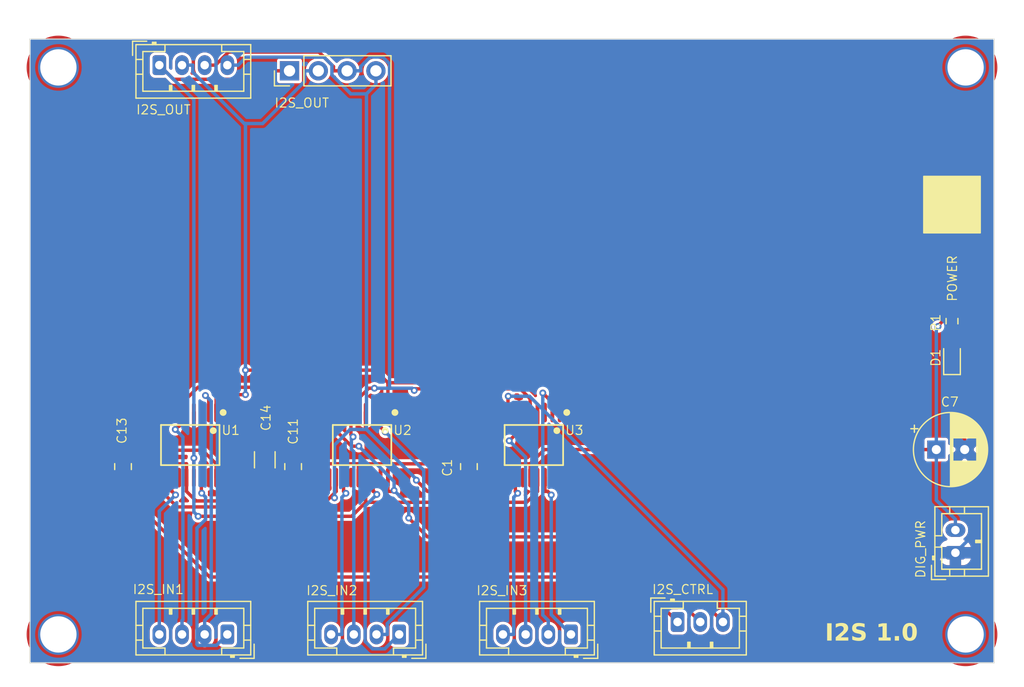
<source format=kicad_pcb>
(kicad_pcb (version 20240108) (generator "pcbnew") (generator_version "8.0")
  (layers (0 "F.Cu" signal) (31 "B.Cu" signal) (34 "B.Paste" user) (35 "F.Paste" user) (36 "B.SilkS" user "B.Silkscreen") (37 "F.SilkS" user "F.Silkscreen") (38 "B.Mask" user) (39 "F.Mask" user) (44 "Edge.Cuts" user))
  (net 0 "")
  (net 1 "GND")
  (net 2 "I2S1_DATA")
  (net 3 "I2S1_LRCLK")
  (net 4 "I2S1_BCLK")
  (net 5 "I2S1_MCLK")
  (net 6 "I2S2_MCLK")
  (net 7 "I2S2_DATA")
  (net 8 "I2S2_BCLK")
  (net 9 "3V3")
  (net 10 "I2S2_LRCLK")
  (net 11 "I2S3_LRCLK")
  (net 12 "I2S3_DATA")
  (net 13 "I2S3_MCLK")
  (net 14 "I2S3_BCLK")
  (net 15 "I2S_DATA_OUT")
  (net 16 "I2S_MCLK_OUT")
  (net 17 "I2S2_LRCLK_OUT")
  (net 18 "I2S_BCLK_OUT")
  (net 31 "CONTROL1")
  (net 32 "CONTROL2")
  (net 33 "CONTROL3")
  (net 34 "Net-(D1-A)")
  (footprint "Capacitor_SMD:C_0805_2012Metric_Pad1.18x1.45mm_HandSolder" (layer "F.Cu") (at 94.6364 98.865 90)
    (property "Reference" "C13" (at 3.1625 -0.1 90) (layer "F.SilkS") (effects (font (size 0.8 0.8) (thickness 0.1))))
    (property "Value" "0.1u")
    (pad "1" smd roundrect (at -1.0375 0 90) (size 1.175 1.45) (layers "F.Cu" "F.Paste" "F.Mask") (roundrect_rratio 0.212766) (net 9 "3V3"))
    (pad "2" smd roundrect (at 1.0375 0 90) (size 1.175 1.45) (layers "F.Cu" "F.Paste" "F.Mask") (roundrect_rratio 0.212766) (net 1 "GND"))
  )
  (footprint "MountingHole:MountingHole_3.2mm_M3_DIN965_Pad_TopOnly" (layer "F.Cu") (at 168.9364 113.665)
    (property "Reference" "H4" (hide yes))
    (property "Value" "MountingHole")
    (pad "1" thru_hole circle (at 0 0) (size 3.6 3.6) (drill 3.2) (layers "*.Cu" "*.Mask"))
    (pad "1" connect circle (at 0 0) (size 5.6 5.6) (layers "F.Cu" "F.Mask"))
  )
  (footprint "Connector_JST:JST_PH_B3B-PH-K_1x03_P2.00mm_Vertical" (layer "F.Cu") (at 143.5364 112.565)
    (property "Reference" "J5" (hide yes))
    (property "Value" "Conn_01x03_Pin")
    (pad "1" thru_hole roundrect (at 0 0) (size 1.2 1.75) (drill 0.75) (layers "*.Cu" "*.Mask") (roundrect_rratio 0.208333) (net 31 "CONTROL1"))
    (pad "2" thru_hole oval (at 2 0) (size 1.2 1.75) (drill 0.75) (layers "*.Cu" "*.Mask") (net 32 "CONTROL2"))
    (pad "3" thru_hole oval (at 4 0) (size 1.2 1.75) (drill 0.75) (layers "*.Cu" "*.Mask") (net 33 "CONTROL3"))
  )
  (footprint "easyeda2kicad:TSSOP-16_L5.0-W4.4-P0.65-LS6.4-BL" (layer "F.Cu") (at 130.8639 96.965 180)
    (property "Reference" "U3" (at -3.5725 1.3 0) (layer "F.SilkS") (effects (font (size 0.8 0.8) (thickness 0.1))))
    (property "Value" "TS3A44159PWR")
    (pad "1" smd oval (at -2.28 2.87 180) (size 0.34 1.73) (layers "F.Cu" "F.Paste" "F.Mask") (net 18 "I2S_BCLK_OUT"))
    (pad "2" smd oval (at -1.63 2.87 180) (size 0.34 1.73) (layers "F.Cu" "F.Paste" "F.Mask") (net 14 "I2S3_BCLK"))
    (pad "3" smd oval (at -0.98 2.87 180) (size 0.34 1.73) (layers "F.Cu" "F.Paste" "F.Mask"))
    (pad "4" smd oval (at -0.32 2.87 180) (size 0.34 1.73) (layers "F.Cu" "F.Paste" "F.Mask") (net 1 "GND"))
    (pad "5" smd oval (at 0.33 2.87 180) (size 0.34 1.73) (layers "F.Cu" "F.Paste" "F.Mask") (net 17 "I2S2_LRCLK_OUT"))
    (pad "6" smd oval (at 0.98 2.87 180) (size 0.34 1.73) (layers "F.Cu" "F.Paste" "F.Mask") (net 11 "I2S3_LRCLK"))
    (pad "7" smd oval (at 1.63 2.87 180) (size 0.34 1.73) (layers "F.Cu" "F.Paste" "F.Mask"))
    (pad "8" smd oval (at 2.28 2.87 180) (size 0.34 1.73) (layers "F.Cu" "F.Paste" "F.Mask") (net 33 "CONTROL3"))
    (pad "9" smd oval (at 2.28 -2.87 180) (size 0.34 1.73) (layers "F.Cu" "F.Paste" "F.Mask") (net 15 "I2S_DATA_OUT"))
    (pad "10" smd oval (at 1.63 -2.87 180) (size 0.34 1.73) (layers "F.Cu" "F.Paste" "F.Mask") (net 12 "I2S3_DATA"))
    (pad "11" smd oval (at 0.98 -2.87 180) (size 0.34 1.73) (layers "F.Cu" "F.Paste" "F.Mask"))
    (pad "12" smd oval (at 0.33 -2.87 180) (size 0.34 1.73) (layers "F.Cu" "F.Paste" "F.Mask") (net 9 "3V3"))
    (pad "13" smd oval (at -0.32 -2.87 180) (size 0.34 1.73) (layers "F.Cu" "F.Paste" "F.Mask") (net 16 "I2S_MCLK_OUT"))
    (pad "14" smd oval (at -0.98 -2.87 180) (size 0.34 1.73) (layers "F.Cu" "F.Paste" "F.Mask") (net 13 "I2S3_MCLK"))
    (pad "15" smd oval (at -1.63 -2.87 180) (size 0.34 1.73) (layers "F.Cu" "F.Paste" "F.Mask"))
    (pad "16" smd oval (at -2.28 -2.87 180) (size 0.34 1.73) (layers "F.Cu" "F.Paste" "F.Mask") (net 33 "CONTROL3"))
  )
  (footprint "Connector_PinHeader_2.54mm:PinHeader_1x04_P2.54mm_Vertical" (layer "F.Cu") (at 109.3164 63.965 90)
    (property "Reference" "J3" (hide yes))
    (property "Value" "Conn_01x04_Pin")
    (pad "1" thru_hole rect (at 0 0 90) (size 1.7 1.7) (drill 1) (layers "*.Cu" "*.Mask") (net 16 "I2S_MCLK_OUT"))
    (pad "2" thru_hole oval (at 0 2.54 90) (size 1.7 1.7) (drill 1) (layers "*.Cu" "*.Mask") (net 18 "I2S_BCLK_OUT"))
    (pad "3" thru_hole oval (at 0 5.08 90) (size 1.7 1.7) (drill 1) (layers "*.Cu" "*.Mask") (net 17 "I2S2_LRCLK_OUT"))
    (pad "4" thru_hole oval (at 0 7.62 90) (size 1.7 1.7) (drill 1) (layers "*.Cu" "*.Mask") (net 15 "I2S_DATA_OUT"))
  )
  (footprint "Connector_JST:JST_PH_B4B-PH-K_1x04_P2.00mm_Vertical" (layer "F.Cu") (at 103.8364 113.665 180)
    (property "Reference" "J1" (hide yes))
    (property "Value" "Conn_01x04_Pin")
    (pad "1" thru_hole roundrect (at 0 0 180) (size 1.2 1.75) (drill 0.75) (layers "*.Cu" "*.Mask") (roundrect_rratio 0.208333) (net 5 "I2S1_MCLK"))
    (pad "2" thru_hole oval (at 2 0 180) (size 1.2 1.75) (drill 0.75) (layers "*.Cu" "*.Mask") (net 4 "I2S1_BCLK"))
    (pad "3" thru_hole oval (at 4 0 180) (size 1.2 1.75) (drill 0.75) (layers "*.Cu" "*.Mask") (net 3 "I2S1_LRCLK"))
    (pad "4" thru_hole oval (at 6 0 180) (size 1.2 1.75) (drill 0.75) (layers "*.Cu" "*.Mask") (net 2 "I2S1_DATA"))
  )
  (footprint "Capacitor_THT:CP_Radial_D6.3mm_P2.50mm" (layer "F.Cu") (at 166.354 97.365)
    (property "Reference" "C7" (at 1.1824 -4.2 0) (layer "F.SilkS") (effects (font (size 0.8 0.8) (thickness 0.1))))
    (property "Value" "470u")
    (pad "1" thru_hole rect (at 0 0) (size 1.6 1.6) (drill 0.8) (layers "*.Cu" "*.Mask") (net 9 "3V3"))
    (pad "2" thru_hole circle (at 2.5 0) (size 1.6 1.6) (drill 0.8) (layers "*.Cu" "*.Mask") (net 1 "GND"))
  )
  (footprint "MountingHole:MountingHole_3.2mm_M3_DIN965_Pad_TopOnly" (layer "F.Cu") (at 88.9364 63.665)
    (property "Reference" "H1" (hide yes))
    (property "Value" "MountingHole")
    (pad "1" thru_hole circle (at 0 0) (size 3.6 3.6) (drill 3.2) (layers "*.Cu" "*.Mask"))
    (pad "1" connect circle (at 0 0) (size 5.6 5.6) (layers "F.Cu" "F.Mask"))
  )
  (footprint "Connector_JST:JST_PH_B4B-PH-K_1x04_P2.00mm_Vertical" (layer "F.Cu") (at 97.8364 63.465)
    (property "Reference" "J8" (hide yes))
    (property "Value" "Conn_01x04_Pin")
    (pad "1" thru_hole roundrect (at 0 0) (size 1.2 1.75) (drill 0.75) (layers "*.Cu" "*.Mask") (roundrect_rratio 0.208333) (net 16 "I2S_MCLK_OUT"))
    (pad "2" thru_hole oval (at 2 0) (size 1.2 1.75) (drill 0.75) (layers "*.Cu" "*.Mask") (net 18 "I2S_BCLK_OUT"))
    (pad "3" thru_hole oval (at 4 0) (size 1.2 1.75) (drill 0.75) (layers "*.Cu" "*.Mask") (net 17 "I2S2_LRCLK_OUT"))
    (pad "4" thru_hole oval (at 6 0) (size 1.2 1.75) (drill 0.75) (layers "*.Cu" "*.Mask") (net 15 "I2S_DATA_OUT"))
  )
  (footprint "Connector_JST:JST_PH_B4B-PH-K_1x04_P2.00mm_Vertical" (layer "F.Cu") (at 118.9864 113.665 180)
    (property "Reference" "J9" (hide yes))
    (property "Value" "Conn_01x04_Pin")
    (pad "1" thru_hole roundrect (at 0 0 180) (size 1.2 1.75) (drill 0.75) (layers "*.Cu" "*.Mask") (roundrect_rratio 0.208333) (net 6 "I2S2_MCLK"))
    (pad "2" thru_hole oval (at 2 0 180) (size 1.2 1.75) (drill 0.75) (layers "*.Cu" "*.Mask") (net 8 "I2S2_BCLK"))
    (pad "3" thru_hole oval (at 4 0 180) (size 1.2 1.75) (drill 0.75) (layers "*.Cu" "*.Mask") (net 10 "I2S2_LRCLK"))
    (pad "4" thru_hole oval (at 6 0 180) (size 1.2 1.75) (drill 0.75) (layers "*.Cu" "*.Mask") (net 7 "I2S2_DATA"))
  )
  (footprint "Connector_JST:JST_PH_B4B-PH-K_1x04_P2.00mm_Vertical" (layer "F.Cu") (at 134.1364 113.665 180)
    (property "Reference" "J4" (hide yes))
    (property "Value" "Conn_01x04_Pin")
    (pad "1" thru_hole roundrect (at 0 0 180) (size 1.2 1.75) (drill 0.75) (layers "*.Cu" "*.Mask") (roundrect_rratio 0.208333) (net 13 "I2S3_MCLK"))
    (pad "2" thru_hole oval (at 2 0 180) (size 1.2 1.75) (drill 0.75) (layers "*.Cu" "*.Mask") (net 14 "I2S3_BCLK"))
    (pad "3" thru_hole oval (at 4 0 180) (size 1.2 1.75) (drill 0.75) (layers "*.Cu" "*.Mask") (net 11 "I2S3_LRCLK"))
    (pad "4" thru_hole oval (at 6 0 180) (size 1.2 1.75) (drill 0.75) (layers "*.Cu" "*.Mask") (net 12 "I2S3_DATA"))
  )
  (footprint "Capacitor_SMD:C_1206_3216Metric_Pad1.33x1.80mm_HandSolder" (layer "F.Cu") (at 107.1364 98.265 90)
    (property "Reference" "C14" (at 3.7 0.1 90) (layer "F.SilkS") (effects (font (size 0.8 0.8) (thickness 0.1))))
    (property "Value" "10u")
    (pad "1" smd roundrect (at -1.5625 0 90) (size 1.325 1.8) (layers "F.Cu" "F.Paste" "F.Mask") (roundrect_rratio 0.188679) (net 9 "3V3"))
    (pad "2" smd roundrect (at 1.5625 0 90) (size 1.325 1.8) (layers "F.Cu" "F.Paste" "F.Mask") (roundrect_rratio 0.188679) (net 1 "GND"))
  )
  (footprint "LED_SMD:LED_0603_1608Metric" (layer "F.Cu") (at 167.7364 89.265 90)
    (property "Reference" "D1" (at 0 -1.43 90) (layer "F.SilkS") (effects (font (size 0.8 0.8) (thickness 0.1))))
    (property "Value" "BLUE")
    (pad "1" smd roundrect (at -0.7875 0 90) (size 0.875 0.95) (layers "F.Cu" "F.Paste" "F.Mask") (net 1 "GND"))
    (pad "2" smd roundrect (at 0.7875 0 90) (size 0.875 0.95) (layers "F.Cu" "F.Paste" "F.Mask") (net 34 "Net-(D1-A)"))
  )
  (footprint "Resistor_SMD:R_0603_1608Metric" (layer "F.Cu") (at 167.7364 86.04 -90)
    (property "Reference" "R1" (at 0.1375 1.43 90) (layer "F.SilkS") (effects (font (size 0.8 0.8) (thickness 0.1))))
    (property "Value" "150R")
    (pad "1" smd roundrect (at -0.825 0 270) (size 0.8 0.95) (layers "F.Cu" "F.Paste" "F.Mask") (net 9 "3V3"))
    (pad "2" smd roundrect (at 0.825 0 270) (size 0.8 0.95) (layers "F.Cu" "F.Paste" "F.Mask") (net 34 "Net-(D1-A)"))
  )
  (footprint "Capacitor_SMD:C_0805_2012Metric_Pad1.18x1.45mm_HandSolder" (layer "F.Cu") (at 109.6364 98.865 90)
    (property "Reference" "C11" (at 3.1 0 90) (layer "F.SilkS") (effects (font (size 0.8 0.8) (thickness 0.1))))
    (property "Value" "0.1u")
    (pad "1" smd roundrect (at -1.0375 0 90) (size 1.175 1.45) (layers "F.Cu" "F.Paste" "F.Mask") (roundrect_rratio 0.212766) (net 9 "3V3"))
    (pad "2" smd roundrect (at 1.0375 0 90) (size 1.175 1.45) (layers "F.Cu" "F.Paste" "F.Mask") (roundrect_rratio 0.212766) (net 1 "GND"))
  )
  (footprint "easyeda2kicad:TSSOP-16_L5.0-W4.4-P0.65-LS6.4-BL" (layer "F.Cu") (at 100.5639 96.965 180)
    (property "Reference" "U1" (at -3.5725 1.3 0) (layer "F.SilkS") (effects (font (size 0.8 0.8) (thickness 0.1))))
    (property "Value" "TS3A44159PWR")
    (pad "1" smd oval (at -2.28 2.87 180) (size 0.34 1.73) (layers "F.Cu" "F.Paste" "F.Mask") (net 18 "I2S_BCLK_OUT"))
    (pad "2" smd oval (at -1.63 2.87 180) (size 0.34 1.73) (layers "F.Cu" "F.Paste" "F.Mask") (net 4 "I2S1_BCLK"))
    (pad "3" smd oval (at -0.98 2.87 180) (size 0.34 1.73) (layers "F.Cu" "F.Paste" "F.Mask"))
    (pad "4" smd oval (at -0.32 2.87 180) (size 0.34 1.73) (layers "F.Cu" "F.Paste" "F.Mask") (net 1 "GND"))
    (pad "5" smd oval (at 0.33 2.87 180) (size 0.34 1.73) (layers "F.Cu" "F.Paste" "F.Mask") (net 17 "I2S2_LRCLK_OUT"))
    (pad "6" smd oval (at 0.98 2.87 180) (size 0.34 1.73) (layers "F.Cu" "F.Paste" "F.Mask") (net 3 "I2S1_LRCLK"))
    (pad "7" smd oval (at 1.63 2.87 180) (size 0.34 1.73) (layers "F.Cu" "F.Paste" "F.Mask"))
    (pad "8" smd oval (at 2.28 2.87 180) (size 0.34 1.73) (layers "F.Cu" "F.Paste" "F.Mask") (net 31 "CONTROL1"))
    (pad "9" smd oval (at 2.28 -2.87 180) (size 0.34 1.73) (layers "F.Cu" "F.Paste" "F.Mask") (net 15 "I2S_DATA_OUT"))
    (pad "10" smd oval (at 1.63 -2.87 180) (size 0.34 1.73) (layers "F.Cu" "F.Paste" "F.Mask") (net 2 "I2S1_DATA"))
    (pad "11" smd oval (at 0.98 -2.87 180) (size 0.34 1.73) (layers "F.Cu" "F.Paste" "F.Mask"))
    (pad "12" smd oval (at 0.33 -2.87 180) (size 0.34 1.73) (layers "F.Cu" "F.Paste" "F.Mask") (net 9 "3V3"))
    (pad "13" smd oval (at -0.32 -2.87 180) (size 0.34 1.73) (layers "F.Cu" "F.Paste" "F.Mask") (net 16 "I2S_MCLK_OUT"))
    (pad "14" smd oval (at -0.98 -2.87 180) (size 0.34 1.73) (layers "F.Cu" "F.Paste" "F.Mask") (net 5 "I2S1_MCLK"))
    (pad "15" smd oval (at -1.63 -2.87 180) (size 0.34 1.73) (layers "F.Cu" "F.Paste" "F.Mask"))
    (pad "16" smd oval (at -2.28 -2.87 180) (size 0.34 1.73) (layers "F.Cu" "F.Paste" "F.Mask") (net 31 "CONTROL1"))
  )
  (footprint "Capacitor_SMD:C_0805_2012Metric_Pad1.18x1.45mm_HandSolder" (layer "F.Cu") (at 125.1364 98.865 90)
    (property "Reference" "C1" (at -0.1 -1.9 90) (layer "F.SilkS") (effects (font (size 0.8 0.8) (thickness 0.1))))
    (property "Value" "0.1u")
    (pad "1" smd roundrect (at -1.0375 0 90) (size 1.175 1.45) (layers "F.Cu" "F.Paste" "F.Mask") (roundrect_rratio 0.212766) (net 9 "3V3"))
    (pad "2" smd roundrect (at 1.0375 0 90) (size 1.175 1.45) (layers "F.Cu" "F.Paste" "F.Mask") (roundrect_rratio 0.212766) (net 1 "GND"))
  )
  (footprint "MountingHole:MountingHole_3.2mm_M3_DIN965_Pad_TopOnly" (layer "F.Cu") (at 88.9364 113.665)
    (property "Reference" "H3" (hide yes))
    (property "Value" "MountingHole")
    (pad "1" thru_hole circle (at 0 0) (size 3.6 3.6) (drill 3.2) (layers "*.Cu" "*.Mask"))
    (pad "1" connect circle (at 0 0) (size 5.6 5.6) (layers "F.Cu" "F.Mask"))
  )
  (footprint "Connector_JST:JST_PH_B2B-PH-K_1x02_P2.00mm_Vertical" (layer "F.Cu") (at 168.0364 106.465 90)
    (property "Reference" "J2" (hide yes))
    (property "Value" "Conn_01x02_Male")
    (pad "1" thru_hole roundrect (at 0 0 90) (size 1.2 1.75) (drill 0.75) (layers "*.Cu" "*.Mask") (roundrect_rratio 0.208333) (net 1 "GND"))
    (pad "2" thru_hole oval (at 2 0 90) (size 1.2 1.75) (drill 0.75) (layers "*.Cu" "*.Mask") (net 9 "3V3"))
  )
  (footprint "MountingHole:MountingHole_3.2mm_M3_DIN965_Pad_TopOnly" (layer "F.Cu") (at 168.9364 63.665)
    (property "Reference" "H2" (hide yes))
    (property "Value" "MountingHole")
    (pad "1" thru_hole circle (at 0 0) (size 3.6 3.6) (drill 3.2) (layers "*.Cu" "*.Mask"))
    (pad "1" connect circle (at 0 0) (size 5.6 5.6) (layers "F.Cu" "F.Mask"))
  )
  (footprint "easyeda2kicad:TSSOP-16_L5.0-W4.4-P0.65-LS6.4-BL" (layer "F.Cu") (at 115.7139 96.965 180)
    (property "Reference" "U2" (at -3.5725 1.3 0) (layer "F.SilkS") (effects (font (size 0.8 0.8) (thickness 0.1))))
    (property "Value" "TS3A44159PWR")
    (pad "1" smd oval (at -2.28 2.87 180) (size 0.34 1.73) (layers "F.Cu" "F.Paste" "F.Mask") (net 18 "I2S_BCLK_OUT"))
    (pad "2" smd oval (at -1.63 2.87 180) (size 0.34 1.73) (layers "F.Cu" "F.Paste" "F.Mask") (net 8 "I2S2_BCLK"))
    (pad "3" smd oval (at -0.98 2.87 180) (size 0.34 1.73) (layers "F.Cu" "F.Paste" "F.Mask"))
    (pad "4" smd oval (at -0.32 2.87 180) (size 0.34 1.73) (layers "F.Cu" "F.Paste" "F.Mask") (net 1 "GND"))
    (pad "5" smd oval (at 0.33 2.87 180) (size 0.34 1.73) (layers "F.Cu" "F.Paste" "F.Mask") (net 17 "I2S2_LRCLK_OUT"))
    (pad "6" smd oval (at 0.98 2.87 180) (size 0.34 1.73) (layers "F.Cu" "F.Paste" "F.Mask") (net 10 "I2S2_LRCLK"))
    (pad "7" smd oval (at 1.63 2.87 180) (size 0.34 1.73) (layers "F.Cu" "F.Paste" "F.Mask"))
    (pad "8" smd oval (at 2.28 2.87 180) (size 0.34 1.73) (layers "F.Cu" "F.Paste" "F.Mask") (net 32 "CONTROL2"))
    (pad "9" smd oval (at 2.28 -2.87 180) (size 0.34 1.73) (layers "F.Cu" "F.Paste" "F.Mask") (net 15 "I2S_DATA_OUT"))
    (pad "10" smd oval (at 1.63 -2.87 180) (size 0.34 1.73) (layers "F.Cu" "F.Paste" "F.Mask") (net 7 "I2S2_DATA"))
    (pad "11" smd oval (at 0.98 -2.87 180) (size 0.34 1.73) (layers "F.Cu" "F.Paste" "F.Mask"))
    (pad "12" smd oval (at 0.33 -2.87 180) (size 0.34 1.73) (layers "F.Cu" "F.Paste" "F.Mask") (net 9 "3V3"))
    (pad "13" smd oval (at -0.32 -2.87 180) (size 0.34 1.73) (layers "F.Cu" "F.Paste" "F.Mask") (net 16 "I2S_MCLK_OUT"))
    (pad "14" smd oval (at -0.98 -2.87 180) (size 0.34 1.73) (layers "F.Cu" "F.Paste" "F.Mask") (net 6 "I2S2_MCLK"))
    (pad "15" smd oval (at -1.63 -2.87 180) (size 0.34 1.73) (layers "F.Cu" "F.Paste" "F.Mask"))
    (pad "16" smd oval (at -2.28 -2.87 180) (size 0.34 1.73) (layers "F.Cu" "F.Paste" "F.Mask") (net 32 "CONTROL2"))
  )
  (gr_rect (start 165.2364 73.265) (end 170.2364 78.265) (stroke (width 0.1)) (fill solid) (layer "F.SilkS"))
  (gr_line (start 171.4364 61.165) (end 171.4364 116.165) (stroke (width 0.1)) (layer "Edge.Cuts"))
  (gr_line (start 86.4364 61.165) (end 86.4364 116.165) (stroke (width 0.1)) (layer "Edge.Cuts"))
  (gr_line (start 171.4364 116.165) (end 86.4364 116.165) (stroke (width 0.1)) (layer "Edge.Cuts"))
  (gr_line (start 86.4364 61.165) (end 171.4364 61.165) (stroke (width 0.1)) (layer "Edge.Cuts"))
  (gr_text "I2S_OUT" (at 95.7364 67.865 0) (layer "F.SilkS") (effects (font (size 0.8 0.8) (thickness 0.1)) (justify left bottom)))
  (gr_text "I2S_IN2" (at 110.7364 110.265 0) (layer "F.SilkS") (effects (font (size 0.8 0.8) (thickness 0.1)) (justify left bottom)))
  (gr_text "I2S_IN3" (at 125.7364 110.265 0) (layer "F.SilkS") (effects (font (size 0.8 0.8) (thickness 0.1)) (justify left bottom)))
  (gr_text "I2S_OUT" (at 107.9364 67.265 0) (layer "F.SilkS") (effects (font (size 0.8 0.8) (thickness 0.1)) (justify left bottom)))
  (gr_text "I2S_IN1" (at 95.4364 110.165 0) (layer "F.SilkS") (effects (font (size 0.8 0.8) (thickness 0.1)) (justify left bottom)))
  (gr_text "DIG_PWR" (at 165.4364 108.765 90) (layer "F.SilkS") (effects (font (size 0.8 0.8) (thickness 0.1)) (justify left bottom)))
  (gr_text "POWER" (at 168.2364 84.3775 90) (layer "F.SilkS") (effects (font (size 0.8 0.8) (thickness 0.1)) (justify left bottom)))
  (gr_text "I2S 1.0" (at 164.7364 114.465 0) (layer "F.SilkS") (effects (font (size 1.5 1.5) (thickness 0.1) (bold yes)) (justify right bottom)))
  (gr_text "I2S_CTRL" (at 141.2364 110.165 0) (layer "F.SilkS") (effects (font (size 0.8 0.8) (thickness 0.1)) (justify left bottom)))
  (segment (start 167.7364 95.3117) (end 131.1839 95.3117) (width 0.3) (layer "F.Cu") (net 1))
  (segment (start 116.0781 97.8275) (end 109.6364 97.8275) (width 0.3) (layer "F.Cu") (net 1))
  (segment (start 101.0909 96.7025) (end 100.8839 96.4955) (width 0.3) (layer "F.Cu") (net 1))
  (segment (start 168.854 97.365) (end 168.854 96.4293) (width 0.3) (layer "F.Cu") (net 1))
  (segment (start 95.9684 96.4955) (end 94.6364 97.8275) (width 0.3) (layer "F.Cu") (net 1))
  (segment (start 128.6681 97.8275) (end 125.1364 97.8275) (width 0.3) (layer "F.Cu") (net 1))
  (segment (start 131.1839 94.095) (end 131.1839 95.3117) (width 0.3) (layer "F.Cu") (net 1))
  (segment (start 131.1839 95.3117) (end 128.6681 97.8275) (width 0.3) (layer "F.Cu") (net 1))
  (segment (start 108.2614 97.8275) (end 109.6364 97.8275) (width 0.3) (layer "F.Cu") (net 1))
  (segment (start 167.7364 90.0525) (end 167.7364 95.3117) (width 0.3) (layer "F.Cu") (net 1))
  (segment (start 116.0781 95.3559) (end 116.0339 95.3117) (width 0.3) (layer "F.Cu") (net 1))
  (segment (start 107.1364 96.7025) (end 101.0909 96.7025) (width 0.3) (layer "F.Cu") (net 1))
  (segment (start 125.1364 97.8275) (end 116.0781 97.8275) (width 0.3) (layer "F.Cu") (net 1))
  (segment (start 100.8839 94.095) (end 100.8839 95.3117) (width 0.3) (layer "F.Cu") (net 1))
  (segment (start 100.8839 96.4955) (end 95.9684 96.4955) (width 0.3) (layer "F.Cu") (net 1))
  (segment (start 107.1364 96.7025) (end 108.2614 97.8275) (width 0.3) (layer "F.Cu") (net 1))
  (segment (start 100.8839 96.4955) (end 100.8839 95.3117) (width 0.3) (layer "F.Cu") (net 1))
  (segment (start 168.854 96.4293) (end 167.7364 95.3117) (width 0.3) (layer "F.Cu") (net 1))
  (segment (start 116.0339 94.095) (end 116.0339 95.3117) (width 0.3) (layer "F.Cu") (net 1))
  (segment (start 116.0781 97.8275) (end 116.0781 95.3559) (width 0.3) (layer "F.Cu") (net 1))
  (segment (start 169.301 97.812) (end 168.854 97.365) (width 0.3) (layer "B.Cu") (net 1))
  (segment (start 168.0364 106.465) (end 169.301 105.2004) (width 0.3) (layer "B.Cu") (net 1))
  (segment (start 169.301 105.2004) (end 169.301 97.812) (width 0.3) (layer "B.Cu") (net 1))
  (segment (start 98.9545 101.0517) (end 99.2668 101.364) (width 0.3) (layer "F.Cu") (net 2))
  (segment (start 98.9339 101.0517) (end 98.9545 101.0517) (width 0.3) (layer "F.Cu") (net 2))
  (segment (start 98.9339 99.835) (end 98.9339 101.0517) (width 0.3) (layer "F.Cu") (net 2))
  (via (at 99.2668 101.364) (size 0.6) (drill 0.3) (layers "F.Cu" "B.Cu") (net 2))
  (segment (start 99.2668 101.364) (end 97.8364 102.7944) (width 0.3) (layer "B.Cu") (net 2))
  (segment (start 97.8364 102.7944) (end 97.8364 113.665) (width 0.3) (layer "B.Cu") (net 2))
  (segment (start 99.5214 95.3117) (end 99.5839 95.3117) (width 0.3) (layer "F.Cu") (net 3))
  (segment (start 99.2444 95.5887) (end 99.5214 95.3117) (width 0.3) (layer "F.Cu") (net 3))
  (segment (start 99.5839 94.095) (end 99.5839 95.3117) (width 0.3) (layer "F.Cu") (net 3))
  (via (at 99.2444 95.5887) (size 0.6) (drill 0.3) (layers "F.Cu" "B.Cu") (net 3))
  (segment (start 99.9185 112.3562) (end 99.9185 96.2628) (width 0.3) (layer "B.Cu") (net 3))
  (segment (start 99.8364 112.4383) (end 99.9185 112.3562) (width 0.3) (layer "B.Cu") (net 3))
  (segment (start 99.9185 96.2628) (end 99.2444 95.5887) (width 0.3) (layer "B.Cu") (net 3))
  (segment (start 99.8364 113.665) (end 99.8364 112.4383) (width 0.3) (layer "B.Cu") (net 3))
  (segment (start 101.9041 92.5943) (end 102.1881 92.8783) (width 0.3) (layer "F.Cu") (net 4))
  (segment (start 102.1881 92.8783) (end 102.1939 92.8783) (width 0.3) (layer "F.Cu") (net 4))
  (segment (start 102.1939 94.095) (end 102.1939 92.8783) (width 0.3) (layer "F.Cu") (net 4))
  (via (at 101.9041 92.5943) (size 0.6) (drill 0.3) (layers "F.Cu" "B.Cu") (net 4))
  (segment (start 102.4144 93.1046) (end 101.9041 92.5943) (width 0.3) (layer "B.Cu") (net 4))
  (segment (start 102.4144 111.8603) (end 102.4144 93.1046) (width 0.3) (layer "B.Cu") (net 4))
  (segment (start 101.8364 113.665) (end 101.8364 112.4383) (width 0.3) (layer "B.Cu") (net 4))
  (segment (start 101.8364 112.4383) (end 102.4144 111.8603) (width 0.3) (layer "B.Cu") (net 4))
  (segment (start 101.5439 99.835) (end 101.5439 101.1801) (width 0.3) (layer "F.Cu") (net 5))
  (segment (start 101.5439 101.1801) (end 101.575 101.2112) (width 0.3) (layer "F.Cu") (net 5))
  (via (at 101.575 101.2112) (size 0.6) (drill 0.3) (layers "F.Cu" "B.Cu") (net 5))
  (segment (start 101.9127 101.5489) (end 101.575 101.2112) (width 0.3) (layer "B.Cu") (net 5))
  (segment (start 103.8364 113.665) (end 102.8713 114.6301) (width 0.3) (layer "B.Cu") (net 5))
  (segment (start 101.2426 114.6301) (end 101.1549 114.5424) (width 0.3) (layer "B.Cu") (net 5))
  (segment (start 102.8713 114.6301) (end 101.2426 114.6301) (width 0.3) (layer "B.Cu") (net 5))
  (segment (start 101.9127 103.5302) (end 101.9127 101.5489) (width 0.3) (layer "B.Cu") (net 5))
  (segment (start 101.1549 104.288) (end 101.9127 103.5302) (width 0.3) (layer "B.Cu") (net 5))
  (segment (start 101.1549 114.5424) (end 101.1549 104.288) (width 0.3) (layer "B.Cu") (net 5))
  (segment (start 116.7455 101.0517) (end 116.6939 101.0517) (width 0.3) (layer "F.Cu") (net 6))
  (segment (start 116.6939 99.835) (end 116.6939 101.0517) (width 0.3) (layer "F.Cu") (net 6))
  (segment (start 117.0139 101.3201) (end 116.7455 101.0517) (width 0.3) (layer "F.Cu") (net 6))
  (via (at 117.0139 101.3201) (size 0.6) (drill 0.3) (layers "F.Cu" "B.Cu") (net 6))
  (segment (start 116.6344 114.9369) (end 115.9864 114.2889) (width 0.3) (layer "B.Cu") (net 6))
  (segment (start 115.9864 102.3476) (end 117.0139 101.3201) (width 0.3) (layer "B.Cu") (net 6))
  (segment (start 117.7145 114.9369) (end 116.6344 114.9369) (width 0.3) (layer "B.Cu") (net 6))
  (segment (start 118.9864 113.665) (end 117.7145 114.9369) (width 0.3) (layer "B.Cu") (net 6))
  (segment (start 115.9864 114.2889) (end 115.9864 102.3476) (width 0.3) (layer "B.Cu") (net 6))
  (segment (start 114.0839 99.835) (end 114.0839 101.0517) (width 0.3) (layer "F.Cu") (net 7))
  (segment (start 114.2887 101.2192) (end 114.1212 101.0517) (width 0.3) (layer "F.Cu") (net 7))
  (segment (start 114.1212 101.0517) (end 114.0839 101.0517) (width 0.3) (layer "F.Cu") (net 7))
  (via (at 114.2887 101.2192) (size 0.6) (drill 0.3) (layers "F.Cu" "B.Cu") (net 7))
  (segment (start 113.9381 113.665) (end 113.9381 101.5698) (width 0.3) (layer "B.Cu") (net 7))
  (segment (start 113.9381 101.5698) (end 114.2887 101.2192) (width 0.3) (layer "B.Cu") (net 7))
  (segment (start 112.9864 113.665) (end 113.9381 113.665) (width 0.3) (layer "B.Cu") (net 7))
  (segment (start 117.7583 95.8025) (end 117.3439 95.3881) (width 0.3) (layer "F.Cu") (net 8))
  (segment (start 117.3439 95.3881) (end 117.3439 94.095) (width 0.3) (layer "F.Cu") (net 8))
  (via (at 117.7583 95.8025) (size 0.6) (drill 0.3) (layers "F.Cu" "B.Cu") (net 8))
  (segment (start 116.9864 113.665) (end 117.9381 113.665) (width 0.3) (layer "B.Cu") (net 8))
  (segment (start 121.1529 109.4985) (end 121.1529 99.1971) (width 0.3) (layer "B.Cu") (net 8))
  (segment (start 117.9381 113.665) (end 117.9381 112.7133) (width 0.3) (layer "B.Cu") (net 8))
  (segment (start 117.9381 112.7133) (end 121.1529 109.4985) (width 0.3) (layer "B.Cu") (net 8))
  (segment (start 121.1529 99.1971) (end 117.7583 95.8025) (width 0.3) (layer "B.Cu") (net 8))
  (segment (start 125.1364 99.239) (end 123.6173 99.239) (width 0.3) (layer "F.Cu") (net 9))
  (segment (start 100.2339 99.835) (end 100.2339 98.6183) (width 0.3) (layer "F.Cu") (net 9))
  (segment (start 167.7364 85.215) (end 166.5056 86.4458) (width 0.3) (layer "F.Cu") (net 9))
  (segment (start 125.1364 99.239) (end 125.1364 99.9025) (width 0.3) (layer "F.Cu") (net 9))
  (segment (start 107.1364 99.8275) (end 105.0712 101.8927) (width 0.3) (layer "F.Cu") (net 9))
  (segment (start 109.6364 99.9025) (end 110.9206 98.6183) (width 0.3) (layer "F.Cu") (net 9))
  (segment (start 101.0749 101.8927) (end 100.2339 101.0517) (width 0.3) (layer "F.Cu") (net 9))
  (segment (start 100.2339 99.835) (end 100.2339 101.0517) (width 0.3) (layer "F.Cu") (net 9))
  (segment (start 109.5614 99.8275) (end 107.1364 99.8275) (width 0.3) (layer "F.Cu") (net 9))
  (segment (start 125.7999 99.239) (end 125.1364 99.239) (width 0.3) (layer "F.Cu") (net 9))
  (segment (start 130.5339 99.835) (end 130.5339 98.6183) (width 0.3) (layer "F.Cu") (net 9))
  (segment (start 100.2339 98.6183) (end 97.8094 98.6183) (width 0.3) (layer "F.Cu") (net 9))
  (segment (start 110.9206 98.6183) (end 115.3839 98.6183) (width 0.3) (layer "F.Cu") (net 9))
  (segment (start 105.0712 101.8927) (end 101.0749 101.8927) (width 0.3) (layer "F.Cu") (net 9))
  (segment (start 96.5252 99.9025) (end 94.6364 99.9025) (width 0.3) (layer "F.Cu") (net 9))
  (segment (start 115.3839 98.6198) (end 115.3839 98.6183) (width 0.3) (layer "F.Cu") (net 9))
  (segment (start 166.5056 86.4458) (end 166.5056 86.5083) (width 0.3) (layer "F.Cu") (net 9))
  (segment (start 166.354 97.365) (end 131.7872 97.365) (width 0.3) (layer "F.Cu") (net 9))
  (segment (start 115.3839 99.835) (end 115.3839 98.7441) (width 0.3) (layer "F.Cu") (net 9))
  (segment (start 126.4206 98.6183) (end 125.7999 99.239) (width 0.3) (layer "F.Cu") (net 9))
  (segment (start 131.7872 97.365) (end 130.5339 98.6183) (width 0.3) (layer "F.Cu") (net 9))
  (segment (start 115.3839 98.7441) (end 115.3839 98.6198) (width 0.3) (layer "F.Cu") (net 9))
  (segment (start 109.6364 99.9025) (end 109.5614 99.8275) (width 0.3) (layer "F.Cu") (net 9))
  (segment (start 97.8094 98.6183) (end 96.5252 99.9025) (width 0.3) (layer "F.Cu") (net 9))
  (segment (start 130.5339 98.6183) (end 126.4206 98.6183) (width 0.3) (layer "F.Cu") (net 9))
  (segment (start 123.6173 99.239) (end 122.9966 98.6183) (width 0.3) (layer "F.Cu") (net 9))
  (segment (start 122.9966 98.6183) (end 115.3839 98.6183) (width 0.3) (layer "F.Cu") (net 9))
  (via (at 166.5056 86.5083) (size 0.6) (drill 0.3) (layers "F.Cu" "B.Cu") (net 9))
  (segment (start 166.354 101.8309) (end 166.354 97.365) (width 0.3) (layer "B.Cu") (net 9))
  (segment (start 166.5056 86.5083) (end 166.354 86.6599) (width 0.3) (layer "B.Cu") (net 9))
  (segment (start 168.0364 104.465) (end 168.0364 103.5133) (width 0.3) (layer "B.Cu") (net 9))
  (segment (start 168.0364 103.5133) (end 166.354 101.8309) (width 0.3) (layer "B.Cu") (net 9))
  (segment (start 166.354 86.6599) (end 166.354 97.365) (width 0.3) (layer "B.Cu") (net 9))
  (segment (start 114.7339 94.095) (end 114.7339 96.0513) (width 0.3) (layer "F.Cu") (net 10))
  (segment (start 114.7339 96.0513) (end 114.9245 96.2419) (width 0.3) (layer "F.Cu") (net 10))
  (via (at 114.9245 96.2419) (size 0.6) (drill 0.3) (layers "F.Cu" "B.Cu") (net 10))
  (segment (start 114.7747 97.3357) (end 114.9864 97.5474) (width 0.3) (layer "B.Cu") (net 10))
  (segment (start 114.7747 96.3917) (end 114.7747 97.3357) (width 0.3) (layer "B.Cu") (net 10))
  (segment (start 114.9245 96.2419) (end 114.7747 96.3917) (width 0.3) (layer "B.Cu") (net 10))
  (segment (start 114.9864 97.5474) (end 114.9864 113.665) (width 0.3) (layer "B.Cu") (net 10))
  (segment (start 129.8839 94.095) (end 129.8839 95.395) (width 0.3) (layer "F.Cu") (net 11))
  (segment (start 129.8839 95.395) (end 128.6933 96.5856) (width 0.3) (layer "F.Cu") (net 11))
  (via (at 128.6933 96.5856) (size 0.6) (drill 0.3) (layers "F.Cu" "B.Cu") (net 11))
  (segment (start 130.1364 98.0287) (end 128.6933 96.5856) (width 0.3) (layer "B.Cu") (net 11))
  (segment (start 130.1364 113.665) (end 130.1364 98.0287) (width 0.3) (layer "B.Cu") (net 11))
  (segment (start 129.4387 101.2192) (end 129.2712 101.0517) (width 0.3) (layer "F.Cu") (net 12))
  (segment (start 129.2339 99.835) (end 129.2339 101.0517) (width 0.3) (layer "F.Cu") (net 12))
  (segment (start 129.2712 101.0517) (end 129.2339 101.0517) (width 0.3) (layer "F.Cu") (net 12))
  (via (at 129.4387 101.2192) (size 0.6) (drill 0.3) (layers "F.Cu" "B.Cu") (net 12))
  (segment (start 129.0881 113.665) (end 129.0881 101.5698) (width 0.3) (layer "B.Cu") (net 12))
  (segment (start 128.1364 113.665) (end 129.0881 113.665) (width 0.3) (layer "B.Cu") (net 12))
  (segment (start 129.0881 101.5698) (end 129.4387 101.2192) (width 0.3) (layer "B.Cu") (net 12))
  (segment (start 132.3979 101.364) (end 132.0856 101.0517) (width 0.3) (layer "F.Cu") (net 13))
  (segment (start 132.0856 101.0517) (end 131.8439 101.0517) (width 0.3) (layer "F.Cu") (net 13))
  (segment (start 131.8439 99.835) (end 131.8439 101.0517) (width 0.3) (layer "F.Cu") (net 13))
  (via (at 132.3979 101.364) (size 0.6) (drill 0.3) (layers "F.Cu" "B.Cu") (net 13))
  (segment (start 132.3979 111.9265) (end 132.3979 101.364) (width 0.3) (layer "B.Cu") (net 13))
  (segment (start 134.1364 113.665) (end 132.3979 111.9265) (width 0.3) (layer "B.Cu") (net 13))
  (segment (start 132.1555 92.8783) (end 132.4939 92.8783) (width 0.3) (layer "F.Cu") (net 14))
  (segment (start 131.6518 92.3746) (end 132.1555 92.8783) (width 0.3) (layer "F.Cu") (net 14))
  (segment (start 132.4939 94.095) (end 132.4939 92.8783) (width 0.3) (layer "F.Cu") (net 14))
  (via (at 131.6518 92.3746) (size 0.6) (drill 0.3) (layers "F.Cu" "B.Cu") (net 14))
  (segment (start 132.1364 112.4383) (end 131.6518 111.9537) (width 0.3) (layer "B.Cu") (net 14))
  (segment (start 131.6518 111.9537) (end 131.6518 92.3746) (width 0.3) (layer "B.Cu") (net 14))
  (segment (start 132.1364 113.665) (end 132.1364 112.4383) (width 0.3) (layer "B.Cu") (net 14))
  (segment (start 113.0737 101.4119) (end 113.2833 101.6215) (width 0.3) (layer "F.Cu") (net 15))
  (segment (start 128.5839 101.0517) (end 121.4862 101.0517) (width 0.3) (layer "F.Cu") (net 15))
  (segment (start 121.4862 101.0517) (end 120.5012 100.0667) (width 0.3) (layer "F.Cu") (net 15))
  (segment (start 113.4339 99.835) (end 113.4339 101.0517) (width 0.3) (layer "F.Cu") (net 15))
  (segment (start 113.4339 101.0517) (end 113.0737 101.4119) (width 0.3) (layer "F.Cu") (net 15))
  (segment (start 113.0737 101.4119) (end 112.0629 102.4227) (width 0.3) (layer "F.Cu") (net 15))
  (segment (start 99.4014 102.4227) (end 98.2839 101.3052) (width 0.3) (layer "F.Cu") (net 15))
  (segment (start 128.5839 99.835) (end 128.5839 101.0517) (width 0.3) (layer "F.Cu") (net 15))
  (segment (start 112.0629 102.4227) (end 99.4014 102.4227) (width 0.3) (layer "F.Cu") (net 15))
  (segment (start 98.2839 101.3052) (end 98.2839 99.835) (width 0.3) (layer "F.Cu") (net 15))
  (via (at 120.5012 100.0667) (size 0.6) (drill 0.3) (layers "F.Cu" "B.Cu") (net 15))
  (via (at 113.2833 101.6215) (size 0.6) (drill 0.3) (layers "F.Cu" "B.Cu") (net 15))
  (segment (start 114.6547 95.5902) (end 113.2833 96.9616) (width 0.3) (layer "B.Cu") (net 15))
  (segment (start 116.1042 65.9989) (end 116.1042 95.5902) (width 0.3) (layer "B.Cu") (net 15))
  (segment (start 120.5012 99.9872) (end 116.1042 95.5902) (width 0.3) (layer "B.Cu") (net 15))
  (segment (start 105.4898 62.7633) (end 112.3569 62.7633) (width 0.3) (layer "B.Cu") (net 15))
  (segment (start 113.0581 64.3324) (end 114.7246 65.9989) (width 0.3) (layer "B.Cu") (net 15))
  (segment (start 116.9364 65.1667) (end 116.1042 65.9989) (width 0.3) (layer "B.Cu") (net 15))
  (segment (start 113.2833 96.9616) (end 113.2833 101.6215) (width 0.3) (layer "B.Cu") (net 15))
  (segment (start 116.1042 95.5902) (end 114.6547 95.5902) (width 0.3) (layer "B.Cu") (net 15))
  (segment (start 103.8364 63.465) (end 104.7881 63.465) (width 0.3) (layer "B.Cu") (net 15))
  (segment (start 120.5012 100.0667) (end 120.5012 99.9872) (width 0.3) (layer "B.Cu") (net 15))
  (segment (start 112.3569 62.7633) (end 113.0581 63.4645) (width 0.3) (layer "B.Cu") (net 15))
  (segment (start 104.7881 63.465) (end 105.4898 62.7633) (width 0.3) (layer "B.Cu") (net 15))
  (segment (start 116.9364 63.965) (end 116.9364 65.1667) (width 0.3) (layer "B.Cu") (net 15))
  (segment (start 114.7246 65.9989) (end 116.1042 65.9989) (width 0.3) (layer "B.Cu") (net 15))
  (segment (start 113.0581 63.4645) (end 113.0581 64.3324) (width 0.3) (layer "B.Cu") (net 15))
  (segment (start 131.1839 99.835) (end 131.1839 101.0517) (width 0.3) (layer "F.Cu") (net 16))
  (segment (start 116.0339 102.0131) (end 130.2225 102.0131) (width 0.3) (layer "F.Cu") (net 16))
  (segment (start 97.8364 63.465) (end 99.0841 64.7127) (width 0.3) (layer "F.Cu") (net 16))
  (segment (start 107.367 64.7127) (end 108.1147 63.965) (width 0.3) (layer "F.Cu") (net 16))
  (segment (start 116.0339 101.0517) (end 116.0339 102.0131) (width 0.3) (layer "F.Cu") (net 16))
  (segment (start 116.0339 100.4433) (end 116.0339 101.0517) (width 0.3) (layer "F.Cu") (net 16))
  (segment (start 100.8814 98.1178) (end 100.8839 98.1203) (width 0.3) (layer "F.Cu") (net 16))
  (segment (start 130.2225 102.0131) (end 131.1839 101.0517) (width 0.3) (layer "F.Cu") (net 16))
  (segment (start 109.3164 63.965) (end 108.1147 63.965) (width 0.3) (layer "F.Cu") (net 16))
  (segment (start 114.7977 103.2493) (end 101.261 103.2493) (width 0.3) (layer "F.Cu") (net 16))
  (segment (start 100.8839 98.1203) (end 100.8839 99.835) (width 0.3) (layer "F.Cu") (net 16))
  (segment (start 116.0339 100.4433) (end 116.0339 99.835) (width 0.3) (layer "F.Cu") (net 16))
  (segment (start 116.0339 102.0131) (end 114.7977 103.2493) (width 0.3) (layer "F.Cu") (net 16))
  (segment (start 99.0841 64.7127) (end 107.367 64.7127) (width 0.3) (layer "F.Cu") (net 16))
  (via (at 101.261 103.2493) (size 0.6) (drill 0.3) (layers "F.Cu" "B.Cu") (net 16))
  (via (at 100.8814 98.1178) (size 0.6) (drill 0.3) (layers "F.Cu" "B.Cu") (net 16))
  (segment (start 97.8364 63.465) (end 100.8814 66.51) (width 0.3) (layer "B.Cu") (net 16))
  (segment (start 100.8814 98.1178) (end 100.8814 102.8697) (width 0.3) (layer "B.Cu") (net 16))
  (segment (start 100.8814 66.51) (end 100.8814 98.1178) (width 0.3) (layer "B.Cu") (net 16))
  (segment (start 100.8814 102.8697) (end 101.261 103.2493) (width 0.3) (layer "B.Cu") (net 16))
  (segment (start 100.2339 94.095) (end 100.2339 92.8783) (width 0.3) (layer "F.Cu") (net 17))
  (segment (start 101.2415 91.8707) (end 100.2339 92.8783) (width 0.3) (layer "F.Cu") (net 17))
  (segment (start 116.3068 91.9554) (end 115.3839 92.8783) (width 0.3) (layer "F.Cu") (net 17))
  (segment (start 129.6642 92.0086) (end 120.4556 92.0086) (width 0.3) (layer "F.Cu") (net 17))
  (segment (start 101.8364 63.465) (end 102.7881 63.465) (width 0.3) (layer "F.Cu") (net 17))
  (segment (start 113.1947 63.5915) (end 113.1947 63.965) (width 0.3) (layer "F.Cu") (net 17))
  (segment (start 102.7881 63.465) (end 103.9396 62.3135) (width 0.3) (layer "F.Cu") (net 17))
  (segment (start 115.3839 94.095) (end 115.3839 93.0041) (width 0.3) (layer "F.Cu") (net 17))
  (segment (start 130.5339 92.8783) (end 129.6642 92.0086) (width 0.3) (layer "F.Cu") (net 17))
  (segment (start 111.9167 62.3135) (end 113.1947 63.5915) (width 0.3) (layer "F.Cu") (net 17))
  (segment (start 115.3839 93.0041) (end 115.3839 92.8798) (width 0.3) (layer "F.Cu") (net 17))
  (segment (start 114.3748 91.8707) (end 101.2415 91.8707) (width 0.3) (layer "F.Cu") (net 17))
  (segment (start 116.804 91.9554) (end 116.3068 91.9554) (width 0.3) (layer "F.Cu") (net 17))
  (segment (start 103.9396 62.3135) (end 111.9167 62.3135) (width 0.3) (layer "F.Cu") (net 17))
  (segment (start 130.5339 94.095) (end 130.5339 92.8783) (width 0.3) (layer "F.Cu") (net 17))
  (segment (start 115.3839 92.8798) (end 114.3748 91.8707) (width 0.3) (layer "F.Cu") (net 17))
  (segment (start 120.4556 92.0086) (end 120.3161 92.1481) (width 0.3) (layer "F.Cu") (net 17))
  (segment (start 114.3964 63.965) (end 113.1947 63.965) (width 0.3) (layer "F.Cu") (net 17))
  (segment (start 115.3839 92.8798) (end 115.3839 92.8783) (width 0.3) (layer "F.Cu") (net 17))
  (via (at 116.804 91.9554) (size 0.6) (drill 0.3) (layers "F.Cu" "B.Cu") (net 17))
  (via (at 120.3161 92.1481) (size 0.6) (drill 0.3) (layers "F.Cu" "B.Cu") (net 17))
  (segment (start 120.3161 92.1481) (end 120.1234 91.9554) (width 0.3) (layer "B.Cu") (net 17))
  (segment (start 117.5286 62.7475) (end 118.1384 63.3573) (width 0.3) (layer "B.Cu") (net 17))
  (segment (start 118.1384 91.9554) (end 116.804 91.9554) (width 0.3) (layer "B.Cu") (net 17))
  (segment (start 115.5981 63.5895) (end 116.4401 62.7475) (width 0.3) (layer "B.Cu") (net 17))
  (segment (start 120.1234 91.9554) (end 118.1384 91.9554) (width 0.3) (layer "B.Cu") (net 17))
  (segment (start 115.5981 63.965) (end 115.5981 63.5895) (width 0.3) (layer "B.Cu") (net 17))
  (segment (start 116.4401 62.7475) (end 117.5286 62.7475) (width 0.3) (layer "B.Cu") (net 17))
  (segment (start 118.1384 63.3573) (end 118.1384 91.9554) (width 0.3) (layer "B.Cu") (net 17))
  (segment (start 114.3964 63.965) (end 115.5981 63.965) (width 0.3) (layer "B.Cu") (net 17))
  (segment (start 116.8845 90.3624) (end 117.9939 91.4718) (width 0.3) (layer "F.Cu") (net 18))
  (segment (start 103.1998 92.5224) (end 102.8439 92.8783) (width 0.3) (layer "F.Cu") (net 18))
  (segment (start 133.1439 94.095) (end 133.1439 92.8783) (width 0.3) (layer "F.Cu") (net 18))
  (segment (start 102.8439 94.095) (end 102.8439 92.8783) (width 0.3) (layer "F.Cu") (net 18))
  (segment (start 131.8275 91.4718) (end 117.9939 91.4718) (width 0.3) (layer "F.Cu") (net 18))
  (segment (start 133.1439 92.7882) (end 131.8275 91.4718) (width 0.3) (layer "F.Cu") (net 18))
  (segment (start 105.4334 90.3624) (end 116.8845 90.3624) (width 0.3) (layer "F.Cu") (net 18))
  (segment (start 105.4334 92.5224) (end 103.1998 92.5224) (width 0.3) (layer "F.Cu") (net 18))
  (segment (start 133.1439 92.8783) (end 133.1439 92.7882) (width 0.3) (layer "F.Cu") (net 18))
  (segment (start 117.9939 91.4718) (end 117.9939 92.8783) (width 0.3) (layer "F.Cu") (net 18))
  (segment (start 117.9939 94.095) (end 117.9939 92.8783) (width 0.3) (layer "F.Cu") (net 18))
  (via (at 105.4334 90.3624) (size 0.6) (drill 0.3) (layers "F.Cu" "B.Cu") (net 18))
  (via (at 105.4334 92.5224) (size 0.6) (drill 0.3) (layers "F.Cu" "B.Cu") (net 18))
  (segment (start 105.4334 68.614) (end 106.9435 68.614) (width 0.3) (layer "B.Cu") (net 18))
  (segment (start 100.7881 63.465) (end 100.7881 64.0807) (width 0.3) (layer "B.Cu") (net 18))
  (segment (start 111.8564 63.965) (end 110.6547 63.965) (width 0.3) (layer "B.Cu") (net 18))
  (segment (start 105.3214 68.614) (end 105.4334 68.614) (width 0.3) (layer "B.Cu") (net 18))
  (segment (start 106.9435 68.614) (end 110.6547 64.9028) (width 0.3) (layer "B.Cu") (net 18))
  (segment (start 105.4334 90.3624) (end 105.4334 92.5224) (width 0.3) (layer "B.Cu") (net 18))
  (segment (start 100.7881 64.0807) (end 105.3214 68.614) (width 0.3) (layer "B.Cu") (net 18))
  (segment (start 105.4334 68.614) (end 105.4334 90.3624) (width 0.3) (layer "B.Cu") (net 18))
  (segment (start 99.8364 63.465) (end 100.7881 63.465) (width 0.3) (layer "B.Cu") (net 18))
  (segment (start 110.6547 64.9028) (end 110.6547 63.965) (width 0.3) (layer "B.Cu") (net 18))
  (segment (start 98.2839 94.095) (end 98.2839 95.3117) (width 0.3) (layer "F.Cu") (net 31))
  (segment (start 102.8439 99.835) (end 102.8439 98.6183) (width 0.3) (layer "F.Cu") (net 31))
  (segment (start 139.574 108.6026) (end 143.5364 112.565) (width 0.3) (layer "F.Cu") (net 31))
  (segment (start 95.4475 95.3117) (end 93.5463 97.2129) (width 0.3) (layer "F.Cu") (net 31))
  (segment (start 93.5463 98.8147) (end 93.5463 99.8645) (width 0.3) (layer "F.Cu") (net 31))
  (segment (start 101.6487 97.4231) (end 96.7622 97.4231) (width 0.3) (layer "F.Cu") (net 31))
  (segment (start 102.2844 108.6026) (end 139.574 108.6026) (width 0.3) (layer "F.Cu") (net 31))
  (segment (start 95.3706 98.8147) (end 93.5463 98.8147) (width 0.3) (layer "F.Cu") (net 31))
  (segment (start 98.2839 95.3117) (end 95.4475 95.3117) (width 0.3) (layer "F.Cu") (net 31))
  (segment (start 96.7622 97.4231) (end 95.3706 98.8147) (width 0.3) (layer "F.Cu") (net 31))
  (segment (start 102.8439 98.6183) (end 101.6487 97.4231) (width 0.3) (layer "F.Cu") (net 31))
  (segment (start 93.5463 97.2129) (end 93.5463 98.8147) (width 0.3) (layer "F.Cu") (net 31))
  (segment (start 93.5463 99.8645) (end 102.2844 108.6026) (width 0.3) (layer "F.Cu") (net 31))
  (segment (start 121.4903 105.065) (end 138.0364 105.065) (width 0.3) (layer "F.Cu") (net 32))
  (segment (start 119.8287 103.4034) (end 121.4903 105.065) (width 0.3) (layer "F.Cu") (net 32))
  (segment (start 114.7786 97.0659) (end 113.4339 95.7212) (width 0.3) (layer "F.Cu") (net 32))
  (segment (start 117.9939 99.835) (end 117.9939 101.0517) (width 0.3) (layer "F.Cu") (net 32))
  (segment (start 113.4339 95.7212) (end 113.4339 94.095) (width 0.3) (layer "F.Cu") (net 32))
  (segment (start 117.9939 101.0517) (end 118.4565 101.0517) (width 0.3) (layer "F.Cu") (net 32))
  (segment (start 138.0364 105.065) (end 145.5364 112.565) (width 0.3) (layer "F.Cu") (net 32))
  (segment (start 118.4565 101.0517) (end 118.5407 100.9675) (width 0.3) (layer "F.Cu") (net 32))
  (segment (start 115.4264 97.0659) (end 114.7786 97.0659) (width 0.3) (layer "F.Cu") (net 32))
  (via (at 118.5407 100.9675) (size 0.6) (drill 0.3) (layers "F.Cu" "B.Cu") (net 32))
  (via (at 119.8287 103.4034) (size 0.6) (drill 0.3) (layers "F.Cu" "B.Cu") (net 32))
  (via (at 115.4264 97.0659) (size 0.6) (drill 0.3) (layers "F.Cu" "B.Cu") (net 32))
  (segment (start 118.5406 100.1801) (end 118.5406 100.9675) (width 0.3) (layer "B.Cu") (net 32))
  (segment (start 118.5406 100.9675) (end 118.5407 100.9675) (width 0.3) (layer "B.Cu") (net 32))
  (segment (start 118.5407 100.9675) (end 119.8287 102.2555) (width 0.3) (layer "B.Cu") (net 32))
  (segment (start 115.4264 97.0659) (end 118.5406 100.1801) (width 0.3) (layer "B.Cu") (net 32))
  (segment (start 119.8287 102.2555) (end 119.8287 103.4034) (width 0.3) (layer "B.Cu") (net 32))
  (segment (start 135.9739 102.665) (end 133.1439 99.835) (width 0.3) (layer "F.Cu") (net 33))
  (segment (start 147.5364 112.565) (end 137.6364 102.665) (width 0.3) (layer "F.Cu") (net 33))
  (segment (start 128.5839 92.6814) (end 128.5839 94.095) (width 0.3) (layer "F.Cu") (net 33))
  (segment (start 128.605 92.6603) (end 128.5839 92.6814) (width 0.3) (layer "F.Cu") (net 33))
  (segment (start 137.6364 102.665) (end 135.9739 102.665) (width 0.3) (layer "F.Cu") (net 33))
  (via (at 128.605 92.6603) (size 0.6) (drill 0.3) (layers "F.Cu" "B.Cu") (net 33))
  (segment (start 147.5364 112.565) (end 147.5364 109.7169) (width 0.3) (layer "B.Cu") (net 33))
  (segment (start 147.5364 109.7169) (end 130.4798 92.6603) (width 0.3) (layer "B.Cu") (net 33))
  (segment (start 130.4798 92.6603) (end 128.605 92.6603) (width 0.3) (layer "B.Cu") (net 33))
  (segment (start 167.7364 86.865) (end 167.7364 88.4775) (width 0.3) (layer "F.Cu") (net 34))
  (zone (net 1) (net_name "GND") (layers "F&B.Cu") (connect_pads (clearance 0.25)) (min_thickness 0.25) (fill yes (thermal_gap 0.5) (thermal_bridge_width 1) (island_removal_mode 1) (island_area_min 10))
    (polygon (pts (xy 165.1364 60.065) (xy 165.221623 60.165) (xy 171.9364 60.165) (xy 171.9364 109.765) (xy 172.1364 109.765) (xy 172.1364 117.765) (xy 85.9364 117.765) (xy 85.9364 109.565) (xy 85.3364 109.565) (xy 85.3364 68.265) (xy 85.5364 68.265) (xy 85.5364 59.574091) (xy 99.9364 60.665) (xy 103.8364 60.465) (xy 165.1364 60.465)))
  )
)
</source>
